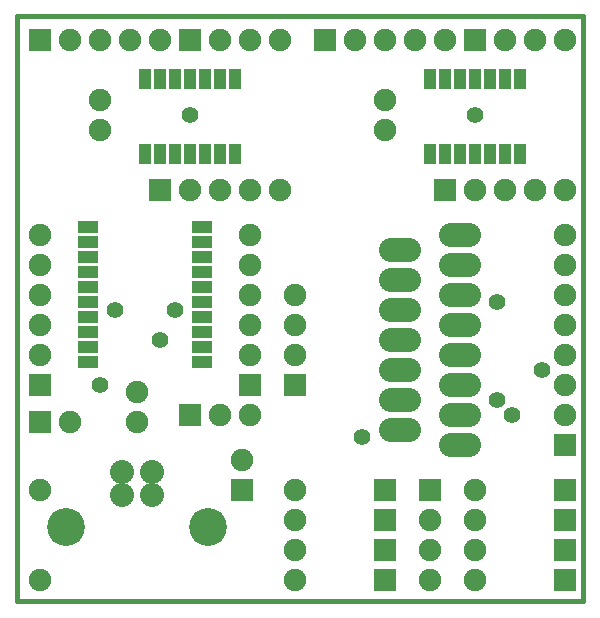
<source format=gts>
G04 (created by PCBNEW-RS274X (2011-12-28 BZR 3254)-stable) date 2012. 03. 26. 13:23:25*
G01*
G70*
G90*
%MOIN*%
G04 Gerber Fmt 3.4, Leading zero omitted, Abs format*
%FSLAX34Y34*%
G04 APERTURE LIST*
%ADD10C,0.006000*%
%ADD11C,0.015000*%
%ADD12C,0.080000*%
%ADD13C,0.126300*%
%ADD14R,0.070000X0.040000*%
%ADD15R,0.040000X0.065000*%
%ADD16R,0.075000X0.075000*%
%ADD17C,0.075000*%
%ADD18O,0.140000X0.080000*%
%ADD19C,0.055000*%
G04 APERTURE END LIST*
G54D10*
G54D11*
X23622Y-04724D02*
X04724Y-04724D01*
X23622Y-24213D02*
X23622Y-04724D01*
X04724Y-24213D02*
X23622Y-24213D01*
X04724Y-04724D02*
X04724Y-24213D01*
G54D12*
X09250Y-19900D03*
X08250Y-19900D03*
X08250Y-20687D03*
X09250Y-20687D03*
G54D13*
X11112Y-21750D03*
X06388Y-21750D03*
G54D14*
X07100Y-11750D03*
X07100Y-12250D03*
X07100Y-12750D03*
X07100Y-13250D03*
X07100Y-13750D03*
X07100Y-14250D03*
X07100Y-14750D03*
X07100Y-15250D03*
X07100Y-15750D03*
X07100Y-16250D03*
X10900Y-16250D03*
X10900Y-15750D03*
X10900Y-15250D03*
X10900Y-14750D03*
X10900Y-14250D03*
X10900Y-13750D03*
X10900Y-13250D03*
X10900Y-12750D03*
X10900Y-12250D03*
X10900Y-11750D03*
G54D15*
X09000Y-09300D03*
X09500Y-09300D03*
X10000Y-09300D03*
X10500Y-09300D03*
X11000Y-09300D03*
X11500Y-09300D03*
X12000Y-09300D03*
X12000Y-06800D03*
X11500Y-06800D03*
X10500Y-06800D03*
X10000Y-06800D03*
X09500Y-06800D03*
X09000Y-06800D03*
X11000Y-06800D03*
X18500Y-09300D03*
X19000Y-09300D03*
X19500Y-09300D03*
X20000Y-09300D03*
X20500Y-09300D03*
X21000Y-09300D03*
X21500Y-09300D03*
X21500Y-06800D03*
X21000Y-06800D03*
X20000Y-06800D03*
X19500Y-06800D03*
X19000Y-06800D03*
X18500Y-06800D03*
X20500Y-06800D03*
G54D16*
X23000Y-19000D03*
G54D17*
X23000Y-18000D03*
X23000Y-17000D03*
X23000Y-16000D03*
X23000Y-15000D03*
X23000Y-14000D03*
X23000Y-13000D03*
X23000Y-12000D03*
G54D16*
X12500Y-17000D03*
G54D17*
X12500Y-16000D03*
X12500Y-15000D03*
X12500Y-14000D03*
X12500Y-13000D03*
X12500Y-12000D03*
G54D16*
X05500Y-17000D03*
G54D17*
X05500Y-16000D03*
X05500Y-15000D03*
X05500Y-14000D03*
X05500Y-13000D03*
X05500Y-12000D03*
G54D16*
X15000Y-05500D03*
G54D17*
X16000Y-05500D03*
X17000Y-05500D03*
X18000Y-05500D03*
X19000Y-05500D03*
G54D16*
X19000Y-10500D03*
G54D17*
X20000Y-10500D03*
X21000Y-10500D03*
X22000Y-10500D03*
X23000Y-10500D03*
G54D16*
X09500Y-10500D03*
G54D17*
X10500Y-10500D03*
X11500Y-10500D03*
X12500Y-10500D03*
X13500Y-10500D03*
G54D16*
X05500Y-05500D03*
G54D17*
X06500Y-05500D03*
X07500Y-05500D03*
X08500Y-05500D03*
X09500Y-05500D03*
G54D16*
X20000Y-05500D03*
G54D17*
X21000Y-05500D03*
X22000Y-05500D03*
X23000Y-05500D03*
G54D16*
X10500Y-05500D03*
G54D17*
X11500Y-05500D03*
X12500Y-05500D03*
X13500Y-05500D03*
G54D16*
X14000Y-17000D03*
G54D17*
X14000Y-16000D03*
X14000Y-15000D03*
X14000Y-14000D03*
G54D16*
X18500Y-20500D03*
G54D17*
X18500Y-21500D03*
X18500Y-22500D03*
X18500Y-23500D03*
G54D16*
X10500Y-18000D03*
G54D17*
X11500Y-18000D03*
X12500Y-18000D03*
G54D16*
X05500Y-18250D03*
G54D17*
X06500Y-18250D03*
X05500Y-20500D03*
X05500Y-23500D03*
G54D18*
X19500Y-19000D03*
X17500Y-18500D03*
X19500Y-18000D03*
X17500Y-17500D03*
X19500Y-17000D03*
X17500Y-16500D03*
X19500Y-16000D03*
X17500Y-15500D03*
X19500Y-15000D03*
X17500Y-14500D03*
X19500Y-14000D03*
X17500Y-13500D03*
X19500Y-13000D03*
X17500Y-12500D03*
X19500Y-12000D03*
G54D16*
X17000Y-23500D03*
G54D17*
X14000Y-23500D03*
G54D16*
X23000Y-23500D03*
G54D17*
X20000Y-23500D03*
G54D16*
X17000Y-22500D03*
G54D17*
X14000Y-22500D03*
G54D16*
X23000Y-22500D03*
G54D17*
X20000Y-22500D03*
G54D16*
X17000Y-21500D03*
G54D17*
X14000Y-21500D03*
G54D16*
X23000Y-21500D03*
G54D17*
X20000Y-21500D03*
G54D16*
X17000Y-20500D03*
G54D17*
X14000Y-20500D03*
G54D16*
X23000Y-20500D03*
G54D17*
X20000Y-20500D03*
X08750Y-18250D03*
X08750Y-17250D03*
X07500Y-08500D03*
X07500Y-07500D03*
X17000Y-08500D03*
X17000Y-07500D03*
G54D16*
X12250Y-20500D03*
G54D17*
X12250Y-19500D03*
G54D19*
X21250Y-18000D03*
X22250Y-16500D03*
X20750Y-14250D03*
X10500Y-08000D03*
X08000Y-14500D03*
X07500Y-17000D03*
X10000Y-14500D03*
X20000Y-08000D03*
X16250Y-18750D03*
X09500Y-15500D03*
X20750Y-17500D03*
M02*

</source>
